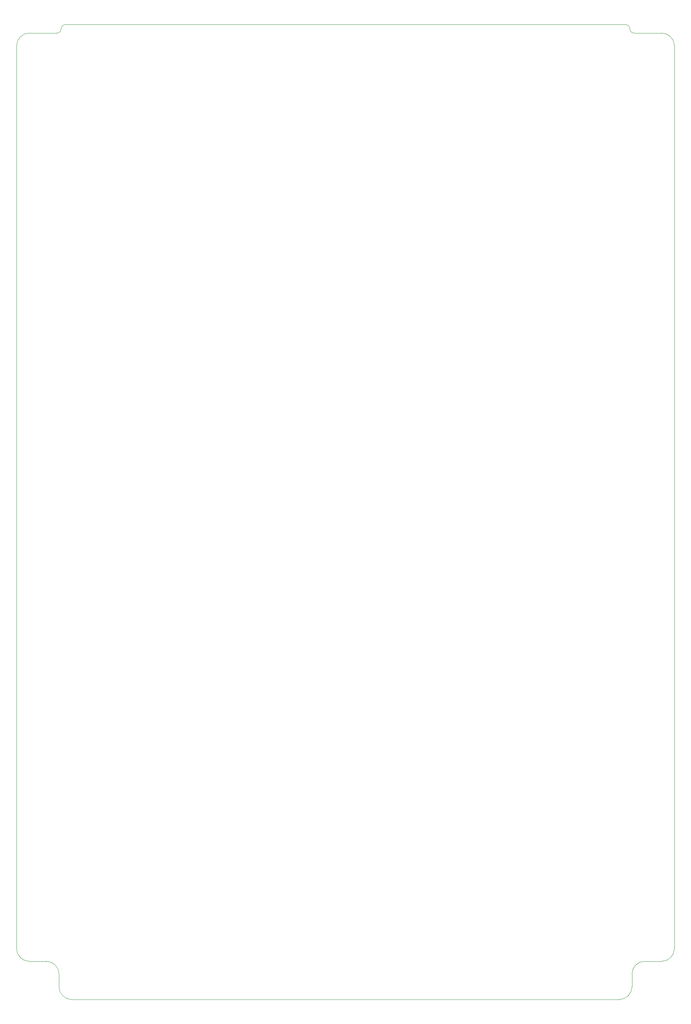
<source format=gko>
G04 #@! TF.GenerationSoftware,KiCad,Pcbnew,(5.99.0-13086-gffd1139cfe)*
G04 #@! TF.CreationDate,2021-11-05T01:59:13+03:00*
G04 #@! TF.ProjectId,proteusOBD2Ahonda,70726f74-6575-4734-9f42-443241686f6e,a*
G04 #@! TF.SameCoordinates,PX3473bc0PY108ee440*
G04 #@! TF.FileFunction,Profile,NP*
%FSLAX46Y46*%
G04 Gerber Fmt 4.6, Leading zero omitted, Abs format (unit mm)*
G04 Created by KiCad (PCBNEW (5.99.0-13086-gffd1139cfe)) date 2021-11-05 01:59:13*
%MOMM*%
%LPD*%
G01*
G04 APERTURE LIST*
G04 #@! TA.AperFunction,Profile*
%ADD10C,0.050000*%
G04 #@! TD*
G04 APERTURE END LIST*
D10*
X10000000Y6000000D02*
G75*
G03*
X7000000Y9000000I-3000001J-1D01*
G01*
X11500000Y229500000D02*
G75*
G03*
X10500000Y228500000I-1J-999999D01*
G01*
X9500000Y227500000D02*
G75*
G03*
X10500000Y228500000I1J999999D01*
G01*
X145000000Y6000000D02*
X145000000Y3000000D01*
X3000000Y9000000D02*
X7000000Y9000000D01*
X13000000Y0D02*
X142000000Y0D01*
X155000000Y224500000D02*
G75*
G03*
X152000000Y227500000I-3000001J-1D01*
G01*
X9500000Y227500000D02*
X3000000Y227500000D01*
X152000000Y9000000D02*
X148000000Y9000000D01*
X3000000Y227500000D02*
G75*
G03*
X0Y224500000I1J-3000001D01*
G01*
X144500000Y228500000D02*
G75*
G03*
X145500000Y227500000I999999J-1D01*
G01*
X10000000Y6000000D02*
X10000000Y3000000D01*
X10000000Y3000000D02*
G75*
G03*
X13000000Y0I3000001J1D01*
G01*
X0Y12000000D02*
G75*
G03*
X3000000Y9000000I3000001J1D01*
G01*
X142000000Y0D02*
G75*
G03*
X145000000Y3000000I-1J3000001D01*
G01*
X145500000Y227500000D02*
X152000000Y227500000D01*
X152000000Y9000000D02*
G75*
G03*
X155000000Y12000000I-1J3000001D01*
G01*
X0Y224500000D02*
X0Y12000000D01*
X148000000Y9000000D02*
G75*
G03*
X145000000Y6000000I1J-3000001D01*
G01*
X144500000Y228500000D02*
G75*
G03*
X143500000Y229500000I-999999J1D01*
G01*
X11500000Y229500000D02*
X143500000Y229500000D01*
X155000000Y224500000D02*
X155000000Y12000000D01*
M02*

</source>
